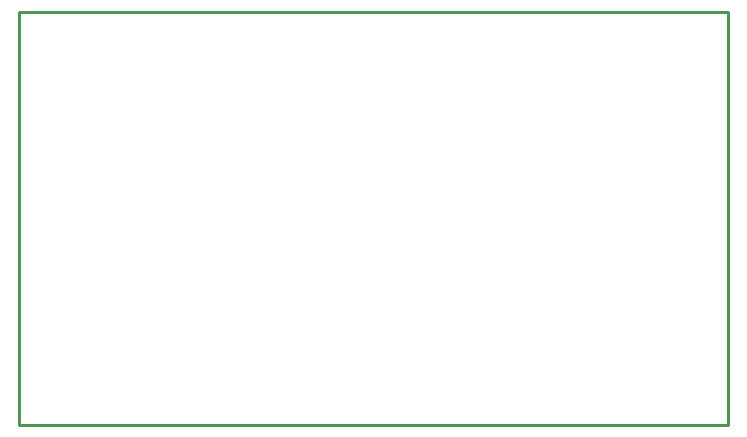
<source format=gbp>
G75*
%MOIN*%
%OFA0B0*%
%FSLAX25Y25*%
%IPPOS*%
%LPD*%
%AMOC8*
5,1,8,0,0,1.08239X$1,22.5*
%
%ADD10C,0.01000*%
D10*
X0003120Y0003962D02*
X0239341Y0003962D01*
X0239341Y0141757D01*
X0003120Y0141757D01*
X0003120Y0003962D01*
M02*

</source>
